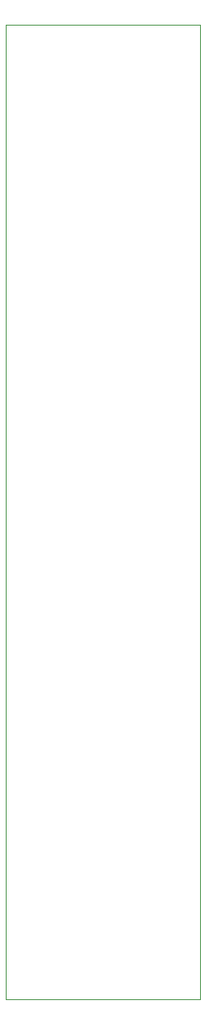
<source format=gbr>
%TF.GenerationSoftware,KiCad,Pcbnew,(6.0.0-0)*%
%TF.CreationDate,2022-12-13T23:32:20-05:00*%
%TF.ProjectId,synth-808,73796e74-682d-4383-9038-2e6b69636164,rev?*%
%TF.SameCoordinates,Original*%
%TF.FileFunction,Profile,NP*%
%FSLAX46Y46*%
G04 Gerber Fmt 4.6, Leading zero omitted, Abs format (unit mm)*
G04 Created by KiCad (PCBNEW (6.0.0-0)) date 2022-12-13 23:32:20*
%MOMM*%
%LPD*%
G01*
G04 APERTURE LIST*
%TA.AperFunction,Profile*%
%ADD10C,0.100000*%
%TD*%
G04 APERTURE END LIST*
D10*
X48092000Y-147412000D02*
X68092000Y-147412000D01*
X68092000Y-47412000D02*
X48092000Y-47412000D01*
X68092000Y-125912000D02*
X68092000Y-61412000D01*
X68092000Y-125912000D02*
X68092000Y-147412000D01*
X68092000Y-61412000D02*
X68092000Y-47412000D01*
X48092000Y-47412000D02*
X48092000Y-147412000D01*
M02*

</source>
